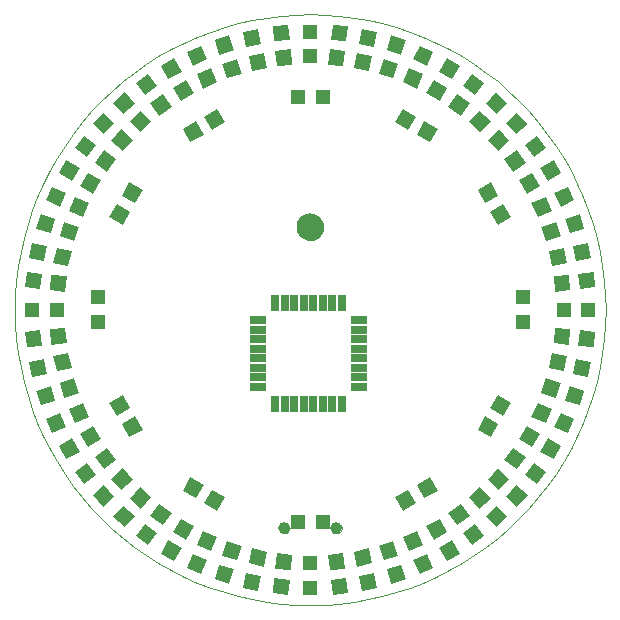
<source format=gbs>
G04 This is an RS-274x file exported by *
G04 gerbv version 2.5.0 *
G04 More information is available about gerbv at *
G04 http://gerbv.gpleda.org/ *
G04 --End of header info--*
%MOIN*%
%FSLAX23Y23*%
%IPPOS*%
G04 --Define apertures--*
%ADD10C,0.0004*%
%ADD11C,0.0000*%
%ADD12C,0.0906*%
%ADD13R,0.0260X0.0540*%
%ADD14R,0.0540X0.0260*%
%ADD15R,0.0780X0.0780*%
%AMMACRO16*
5,1,8,0.000000,0.000000,0.084426,22.500000*
%
%ADD16MACRO16*%
%ADD17C,0.0394*%
%ADD18R,0.0512X0.0512*%
%ADD19R,0.0512X0.0512*%
G04 --Start main section--*
G54D10*
G01X00016Y01030D02*
G01X00017Y01078D01*
G01X00017Y01078D02*
G01X00021Y01126D01*
G01X00021Y01126D02*
G01X00027Y01174D01*
G01X00027Y01174D02*
G01X00035Y01222D01*
G01X00035Y01222D02*
G01X00046Y01269D01*
G01X00046Y01269D02*
G01X00059Y01315D01*
G01X00059Y01315D02*
G01X00074Y01361D01*
G01X00074Y01361D02*
G01X00091Y01406D01*
G01X00091Y01406D02*
G01X00111Y01450D01*
G01X00111Y01450D02*
G01X00132Y01494D01*
G01X00132Y01494D02*
G01X00156Y01536D01*
G01X00156Y01536D02*
G01X00182Y01576D01*
G01X00182Y01576D02*
G01X00210Y01616D01*
G01X00210Y01616D02*
G01X00240Y01654D01*
G01X00240Y01654D02*
G01X00271Y01691D01*
G01X00271Y01691D02*
G01X00304Y01726D01*
G01X00304Y01726D02*
G01X00339Y01759D01*
G01X00339Y01759D02*
G01X00376Y01791D01*
G01X00376Y01791D02*
G01X00414Y01820D01*
G01X00414Y01820D02*
G01X00454Y01848D01*
G01X00454Y01848D02*
G01X00494Y01874D01*
G01X00494Y01874D02*
G01X00536Y01898D01*
G01X00536Y01898D02*
G01X00580Y01919D01*
G01X00580Y01919D02*
G01X00624Y01939D01*
G01X00624Y01939D02*
G01X00669Y01956D01*
G01X00669Y01956D02*
G01X00715Y01972D01*
G01X00715Y01972D02*
G01X00761Y01984D01*
G01X00761Y01984D02*
G01X00808Y01995D01*
G01X00808Y01995D02*
G01X00856Y02003D01*
G01X00856Y02003D02*
G01X00904Y02009D01*
G01X00904Y02009D02*
G01X00952Y02013D01*
G01X00952Y02013D02*
G01X01000Y02014D01*
G01X01000Y02014D02*
G01X01049Y02013D01*
G01X01049Y02013D02*
G01X01097Y02009D01*
G01X01097Y02009D02*
G01X01145Y02003D01*
G01X01145Y02003D02*
G01X01192Y01995D01*
G01X01192Y01995D02*
G01X01240Y01984D01*
G01X01240Y01984D02*
G01X01286Y01972D01*
G01X01286Y01972D02*
G01X01332Y01956D01*
G01X01332Y01956D02*
G01X01377Y01939D01*
G01X01377Y01939D02*
G01X01421Y01919D01*
G01X01421Y01919D02*
G01X01464Y01898D01*
G01X01464Y01898D02*
G01X01506Y01874D01*
G01X01506Y01874D02*
G01X01547Y01848D01*
G01X01547Y01848D02*
G01X01587Y01820D01*
G01X01587Y01820D02*
G01X01625Y01791D01*
G01X01625Y01791D02*
G01X01661Y01759D01*
G01X01661Y01759D02*
G01X01696Y01726D01*
G01X01696Y01726D02*
G01X01730Y01691D01*
G01X01730Y01691D02*
G01X01761Y01654D01*
G01X01761Y01654D02*
G01X01791Y01616D01*
G01X01791Y01616D02*
G01X01819Y01576D01*
G01X01819Y01576D02*
G01X01845Y01536D01*
G01X01845Y01536D02*
G01X01869Y01494D01*
G01X01869Y01494D02*
G01X01890Y01450D01*
G01X01890Y01450D02*
G01X01910Y01406D01*
G01X01910Y01406D02*
G01X01927Y01361D01*
G01X01927Y01361D02*
G01X01942Y01315D01*
G01X01942Y01315D02*
G01X01955Y01269D01*
G01X01955Y01269D02*
G01X01966Y01222D01*
G01X01966Y01222D02*
G01X01974Y01174D01*
G01X01974Y01174D02*
G01X01980Y01126D01*
G01X01980Y01126D02*
G01X01984Y01078D01*
G01X01984Y01078D02*
G01X01985Y01030D01*
G01X01985Y01030D02*
G01X01984Y00981D01*
G01X01984Y00981D02*
G01X01980Y00933D01*
G01X01980Y00933D02*
G01X01974Y00885D01*
G01X01974Y00885D02*
G01X01966Y00838D01*
G01X01966Y00838D02*
G01X01955Y00790D01*
G01X01955Y00790D02*
G01X01942Y00744D01*
G01X01942Y00744D02*
G01X01927Y00698D01*
G01X01927Y00698D02*
G01X01910Y00653D01*
G01X01910Y00653D02*
G01X01890Y00609D01*
G01X01890Y00609D02*
G01X01869Y00566D01*
G01X01869Y00566D02*
G01X01845Y00524D01*
G01X01845Y00524D02*
G01X01819Y00483D01*
G01X01819Y00483D02*
G01X01791Y00443D01*
G01X01791Y00443D02*
G01X01761Y00405D01*
G01X01761Y00405D02*
G01X01730Y00369D01*
G01X01730Y00369D02*
G01X01696Y00334D01*
G01X01696Y00334D02*
G01X01661Y00300D01*
G01X01661Y00300D02*
G01X01625Y00269D01*
G01X01625Y00269D02*
G01X01587Y00239D01*
G01X01587Y00239D02*
G01X01547Y00211D01*
G01X01547Y00211D02*
G01X01506Y00185D01*
G01X01506Y00185D02*
G01X01464Y00162D01*
G01X01464Y00162D02*
G01X01421Y00140D01*
G01X01421Y00140D02*
G01X01377Y00120D01*
G01X01377Y00120D02*
G01X01332Y00103D01*
G01X01332Y00103D02*
G01X01286Y00088D01*
G01X01286Y00088D02*
G01X01240Y00075D01*
G01X01240Y00075D02*
G01X01192Y00064D01*
G01X01192Y00064D02*
G01X01145Y00056D01*
G01X01145Y00056D02*
G01X01097Y00050D01*
G01X01097Y00050D02*
G01X01049Y00047D01*
G01X01049Y00047D02*
G01X01000Y00045D01*
G01X01000Y00045D02*
G01X00952Y00047D01*
G01X00952Y00047D02*
G01X00904Y00050D01*
G01X00904Y00050D02*
G01X00856Y00056D01*
G01X00856Y00056D02*
G01X00808Y00064D01*
G01X00808Y00064D02*
G01X00761Y00075D01*
G01X00761Y00075D02*
G01X00715Y00088D01*
G01X00715Y00088D02*
G01X00669Y00103D01*
G01X00669Y00103D02*
G01X00624Y00120D01*
G01X00624Y00120D02*
G01X00580Y00140D01*
G01X00580Y00140D02*
G01X00536Y00162D01*
G01X00536Y00162D02*
G01X00494Y00185D01*
G01X00494Y00185D02*
G01X00454Y00211D01*
G01X00454Y00211D02*
G01X00414Y00239D01*
G01X00414Y00239D02*
G01X00376Y00269D01*
G01X00376Y00269D02*
G01X00339Y00300D01*
G01X00339Y00300D02*
G01X00304Y00334D01*
G01X00304Y00334D02*
G01X00271Y00369D01*
G01X00271Y00369D02*
G01X00240Y00405D01*
G01X00240Y00405D02*
G01X00210Y00443D01*
G01X00210Y00443D02*
G01X00182Y00483D01*
G01X00182Y00483D02*
G01X00156Y00524D01*
G01X00156Y00524D02*
G01X00132Y00566D01*
G01X00132Y00566D02*
G01X00111Y00609D01*
G01X00111Y00609D02*
G01X00091Y00653D01*
G01X00091Y00653D02*
G01X00074Y00698D01*
G01X00074Y00698D02*
G01X00059Y00744D01*
G01X00059Y00744D02*
G01X00046Y00790D01*
G01X00046Y00790D02*
G01X00035Y00838D01*
G01X00035Y00838D02*
G01X00027Y00885D01*
G01X00027Y00885D02*
G01X00021Y00933D01*
G01X00021Y00933D02*
G01X00017Y00981D01*
G01X00017Y00981D02*
G01X00016Y01030D01*
G54D11*
G01X00957Y01305D02*
G01X00957Y01309D01*
G01X00957Y01309D02*
G01X00958Y01313D01*
G01X00958Y01313D02*
G01X00959Y01317D01*
G01X00959Y01317D02*
G01X00960Y01321D01*
G01X00960Y01321D02*
G01X00962Y01325D01*
G01X00962Y01325D02*
G01X00964Y01329D01*
G01X00964Y01329D02*
G01X00966Y01332D01*
G01X00966Y01332D02*
G01X00969Y01335D01*
G01X00969Y01335D02*
G01X00972Y01338D01*
G01X00972Y01338D02*
G01X00975Y01341D01*
G01X00975Y01341D02*
G01X00979Y01343D01*
G01X00979Y01343D02*
G01X00982Y01345D01*
G01X00982Y01345D02*
G01X00986Y01346D01*
G01X00986Y01346D02*
G01X00990Y01347D01*
G01X00990Y01347D02*
G01X00994Y01348D01*
G01X00994Y01348D02*
G01X00998Y01349D01*
G01X00998Y01349D02*
G01X01003Y01349D01*
G01X01003Y01349D02*
G01X01007Y01348D01*
G01X01007Y01348D02*
G01X01011Y01347D01*
G01X01011Y01347D02*
G01X01015Y01346D01*
G01X01015Y01346D02*
G01X01018Y01345D01*
G01X01018Y01345D02*
G01X01022Y01343D01*
G01X01022Y01343D02*
G01X01026Y01341D01*
G01X01026Y01341D02*
G01X01029Y01338D01*
G01X01029Y01338D02*
G01X01032Y01335D01*
G01X01032Y01335D02*
G01X01034Y01332D01*
G01X01034Y01332D02*
G01X01037Y01329D01*
G01X01037Y01329D02*
G01X01039Y01325D01*
G01X01039Y01325D02*
G01X01041Y01321D01*
G01X01041Y01321D02*
G01X01042Y01317D01*
G01X01042Y01317D02*
G01X01043Y01313D01*
G01X01043Y01313D02*
G01X01044Y01309D01*
G01X01044Y01309D02*
G01X01044Y01305D01*
G01X01044Y01305D02*
G01X01044Y01301D01*
G01X01044Y01301D02*
G01X01043Y01297D01*
G01X01043Y01297D02*
G01X01042Y01293D01*
G01X01042Y01293D02*
G01X01041Y01289D01*
G01X01041Y01289D02*
G01X01039Y01285D01*
G01X01039Y01285D02*
G01X01037Y01282D01*
G01X01037Y01282D02*
G01X01034Y01278D01*
G01X01034Y01278D02*
G01X01032Y01275D01*
G01X01032Y01275D02*
G01X01029Y01273D01*
G01X01029Y01273D02*
G01X01026Y01270D01*
G01X01026Y01270D02*
G01X01022Y01268D01*
G01X01022Y01268D02*
G01X01018Y01266D01*
G01X01018Y01266D02*
G01X01015Y01264D01*
G01X01015Y01264D02*
G01X01011Y01263D01*
G01X01011Y01263D02*
G01X01007Y01262D01*
G01X01007Y01262D02*
G01X01003Y01262D01*
G01X01003Y01262D02*
G01X00998Y01262D01*
G01X00998Y01262D02*
G01X00994Y01262D01*
G01X00994Y01262D02*
G01X00990Y01263D01*
G01X00990Y01263D02*
G01X00986Y01264D01*
G01X00986Y01264D02*
G01X00982Y01266D01*
G01X00982Y01266D02*
G01X00979Y01268D01*
G01X00979Y01268D02*
G01X00975Y01270D01*
G01X00975Y01270D02*
G01X00972Y01273D01*
G01X00972Y01273D02*
G01X00969Y01275D01*
G01X00969Y01275D02*
G01X00966Y01278D01*
G01X00966Y01278D02*
G01X00964Y01282D01*
G01X00964Y01282D02*
G01X00962Y01285D01*
G01X00962Y01285D02*
G01X00960Y01289D01*
G01X00960Y01289D02*
G01X00959Y01293D01*
G01X00959Y01293D02*
G01X00958Y01297D01*
G01X00958Y01297D02*
G01X00957Y01301D01*
G01X00957Y01301D02*
G01X00957Y01305D01*
G01X00896Y00301D02*
G01X00896Y00304D01*
G01X00896Y00304D02*
G01X00897Y00307D01*
G01X00897Y00307D02*
G01X00898Y00309D01*
G01X00898Y00309D02*
G01X00899Y00311D01*
G01X00899Y00311D02*
G01X00901Y00313D01*
G01X00901Y00313D02*
G01X00903Y00315D01*
G01X00903Y00315D02*
G01X00905Y00317D01*
G01X00905Y00317D02*
G01X00907Y00318D01*
G01X00907Y00318D02*
G01X00910Y00319D01*
G01X00910Y00319D02*
G01X00913Y00319D01*
G01X00913Y00319D02*
G01X00915Y00319D01*
G01X00915Y00319D02*
G01X00918Y00319D01*
G01X00918Y00319D02*
G01X00920Y00318D01*
G01X00920Y00318D02*
G01X00923Y00317D01*
G01X00923Y00317D02*
G01X00925Y00315D01*
G01X00925Y00315D02*
G01X00927Y00313D01*
G01X00927Y00313D02*
G01X00928Y00311D01*
G01X00928Y00311D02*
G01X00930Y00309D01*
G01X00930Y00309D02*
G01X00931Y00307D01*
G01X00931Y00307D02*
G01X00931Y00304D01*
G01X00931Y00304D02*
G01X00932Y00301D01*
G01X00932Y00301D02*
G01X00931Y00299D01*
G01X00931Y00299D02*
G01X00931Y00296D01*
G01X00931Y00296D02*
G01X00930Y00294D01*
G01X00930Y00294D02*
G01X00928Y00291D01*
G01X00928Y00291D02*
G01X00927Y00289D01*
G01X00927Y00289D02*
G01X00925Y00288D01*
G01X00925Y00288D02*
G01X00923Y00286D01*
G01X00923Y00286D02*
G01X00920Y00285D01*
G01X00920Y00285D02*
G01X00918Y00284D01*
G01X00918Y00284D02*
G01X00915Y00284D01*
G01X00915Y00284D02*
G01X00913Y00284D01*
G01X00913Y00284D02*
G01X00910Y00284D01*
G01X00910Y00284D02*
G01X00907Y00285D01*
G01X00907Y00285D02*
G01X00905Y00286D01*
G01X00905Y00286D02*
G01X00903Y00288D01*
G01X00903Y00288D02*
G01X00901Y00289D01*
G01X00901Y00289D02*
G01X00899Y00291D01*
G01X00899Y00291D02*
G01X00898Y00294D01*
G01X00898Y00294D02*
G01X00897Y00296D01*
G01X00897Y00296D02*
G01X00896Y00299D01*
G01X00896Y00299D02*
G01X00896Y00301D01*
G01X01069Y00301D02*
G01X01070Y00304D01*
G01X01070Y00304D02*
G01X01070Y00307D01*
G01X01070Y00307D02*
G01X01071Y00309D01*
G01X01071Y00309D02*
G01X01072Y00311D01*
G01X01072Y00311D02*
G01X01074Y00313D01*
G01X01074Y00313D02*
G01X01076Y00315D01*
G01X01076Y00315D02*
G01X01078Y00317D01*
G01X01078Y00317D02*
G01X01081Y00318D01*
G01X01081Y00318D02*
G01X01083Y00319D01*
G01X01083Y00319D02*
G01X01086Y00319D01*
G01X01086Y00319D02*
G01X01088Y00319D01*
G01X01088Y00319D02*
G01X01091Y00319D01*
G01X01091Y00319D02*
G01X01094Y00318D01*
G01X01094Y00318D02*
G01X01096Y00317D01*
G01X01096Y00317D02*
G01X01098Y00315D01*
G01X01098Y00315D02*
G01X01100Y00313D01*
G01X01100Y00313D02*
G01X01102Y00311D01*
G01X01102Y00311D02*
G01X01103Y00309D01*
G01X01103Y00309D02*
G01X01104Y00307D01*
G01X01104Y00307D02*
G01X01105Y00304D01*
G01X01105Y00304D02*
G01X01105Y00301D01*
G01X01105Y00301D02*
G01X01105Y00299D01*
G01X01105Y00299D02*
G01X01104Y00296D01*
G01X01104Y00296D02*
G01X01103Y00294D01*
G01X01103Y00294D02*
G01X01102Y00291D01*
G01X01102Y00291D02*
G01X01100Y00289D01*
G01X01100Y00289D02*
G01X01098Y00288D01*
G01X01098Y00288D02*
G01X01096Y00286D01*
G01X01096Y00286D02*
G01X01094Y00285D01*
G01X01094Y00285D02*
G01X01091Y00284D01*
G01X01091Y00284D02*
G01X01088Y00284D01*
G01X01088Y00284D02*
G01X01086Y00284D01*
G01X01086Y00284D02*
G01X01083Y00284D01*
G01X01083Y00284D02*
G01X01081Y00285D01*
G01X01081Y00285D02*
G01X01078Y00286D01*
G01X01078Y00286D02*
G01X01076Y00288D01*
G01X01076Y00288D02*
G01X01074Y00289D01*
G01X01074Y00289D02*
G01X01072Y00291D01*
G01X01072Y00291D02*
G01X01071Y00294D01*
G01X01071Y00294D02*
G01X01070Y00296D01*
G01X01070Y00296D02*
G01X01070Y00299D01*
G01X01070Y00299D02*
G01X01069Y00301D01*
G54D12*
G01X01000Y01305D03*
G54D13*
G01X01010Y01052D03*
G01X00979Y01052D03*
G01X00947Y01052D03*
G01X00916Y01052D03*
G01X00884Y01052D03*
G01X01042Y01052D03*
G01X01073Y01052D03*
G01X01105Y01052D03*
G01X01105Y00714D03*
G01X01073Y00714D03*
G01X01042Y00714D03*
G01X01010Y00714D03*
G01X00979Y00714D03*
G01X00947Y00714D03*
G01X00916Y00714D03*
G01X00884Y00714D03*
G54D14*
G01X00825Y00773D03*
G01X00825Y00805D03*
G01X00825Y00836D03*
G01X00825Y00868D03*
G01X00825Y00899D03*
G01X00825Y00931D03*
G01X00825Y00962D03*
G01X00825Y00994D03*
G01X01163Y00994D03*
G01X01163Y00962D03*
G01X01163Y00931D03*
G01X01163Y00899D03*
G01X01163Y00868D03*
G01X01163Y00836D03*
G01X01163Y00805D03*
G01X01163Y00773D03*
G54D17*
G01X01087Y00301D03*
G01X00914Y00301D03*
G54D18*
G01X00959Y00321D03*
G01X01042Y00321D03*
G01X01000Y00185D03*
G01X01000Y00102D03*
G01X01709Y00988D03*
G01X01709Y01071D03*
G01X01845Y01030D03*
G01X01928Y01030D03*
G01X01042Y01738D03*
G01X00959Y01738D03*
G01X01000Y01874D03*
G01X01000Y01957D03*
G01X00292Y01071D03*
G01X00292Y00988D03*
G01X00156Y01030D03*
G01X00073Y01030D03*
G54D19*
G36*
G01X00461Y00244D02*
G01X00420Y00274D01*
G01X00450Y00315D01*
G01X00491Y00285D01*
G01X00461Y00244D01*
G37*
G36*
G01X00546Y00192D02*
G01X00502Y00217D01*
G01X00528Y00262D01*
G01X00572Y00236D01*
G01X00546Y00192D01*
G37*
G36*
G01X00636Y00149D02*
G01X00590Y00170D01*
G01X00610Y00216D01*
G01X00657Y00196D01*
G01X00636Y00149D01*
G37*
G36*
G01X00730Y00116D02*
G01X00682Y00131D01*
G01X00698Y00180D01*
G01X00746Y00164D01*
G01X00730Y00116D01*
G37*
G36*
G01X00827Y00092D02*
G01X00777Y00103D01*
G01X00788Y00153D01*
G01X00838Y00142D01*
G01X00827Y00092D01*
G37*
G36*
G01X00926Y00079D02*
G01X00875Y00085D01*
G01X00881Y00136D01*
G01X00932Y00130D01*
G01X00926Y00079D01*
G37*
G36*
G01X00935Y00162D02*
G01X00884Y00167D01*
G01X00889Y00218D01*
G01X00940Y00212D01*
G01X00935Y00162D01*
G37*
G36*
G01X00845Y00173D02*
G01X00795Y00184D01*
G01X00805Y00234D01*
G01X00855Y00223D01*
G01X00845Y00173D01*
G37*
G36*
G01X00756Y00194D02*
G01X00707Y00210D01*
G01X00723Y00259D01*
G01X00772Y00243D01*
G01X00756Y00194D01*
G37*
G36*
G01X00670Y00224D02*
G01X00623Y00245D01*
G01X00644Y00292D01*
G01X00691Y00271D01*
G01X00670Y00224D01*
G37*
G36*
G01X00587Y00263D02*
G01X00543Y00289D01*
G01X00569Y00333D01*
G01X00613Y00308D01*
G01X00587Y00263D01*
G37*
G36*
G01X00510Y00311D02*
G01X00468Y00341D01*
G01X00498Y00382D01*
G01X00540Y00352D01*
G01X00510Y00311D01*
G37*
G36*
G01X00437Y00366D02*
G01X00399Y00400D01*
G01X00434Y00438D01*
G01X00471Y00404D01*
G01X00437Y00366D01*
G37*
G36*
G01X00382Y00305D02*
G01X00344Y00339D01*
G01X00378Y00377D01*
G01X00416Y00342D01*
G01X00382Y00305D01*
G37*
G36*
G01X00310Y00373D02*
G01X00275Y00411D01*
G01X00313Y00445D01*
G01X00348Y00407D01*
G01X00310Y00373D01*
G37*
G36*
G01X00371Y00428D02*
G01X00337Y00466D01*
G01X00375Y00501D01*
G01X00409Y00463D01*
G01X00371Y00428D01*
G37*
G36*
G01X00245Y00449D02*
G01X00215Y00490D01*
G01X00256Y00520D01*
G01X00286Y00479D01*
G01X00245Y00449D01*
G37*
G36*
G01X00312Y00498D02*
G01X00282Y00539D01*
G01X00323Y00569D01*
G01X00353Y00528D01*
G01X00312Y00498D01*
G37*
G36*
G01X00188Y00531D02*
G01X00163Y00575D01*
G01X00207Y00601D01*
G01X00232Y00557D01*
G01X00188Y00531D01*
G37*
G36*
G01X00260Y00573D02*
G01X00234Y00617D01*
G01X00278Y00642D01*
G01X00304Y00598D01*
G01X00260Y00573D01*
G37*
G36*
G01X00141Y00619D02*
G01X00120Y00665D01*
G01X00166Y00686D01*
G01X00187Y00640D01*
G01X00141Y00619D01*
G37*
G36*
G01X00216Y00652D02*
G01X00195Y00699D01*
G01X00242Y00720D01*
G01X00263Y00673D01*
G01X00216Y00652D01*
G37*
G36*
G01X00102Y00711D02*
G01X00086Y00760D01*
G01X00135Y00775D01*
G01X00151Y00727D01*
G01X00102Y00711D01*
G37*
G36*
G01X00181Y00736D02*
G01X00165Y00785D01*
G01X00214Y00801D01*
G01X00229Y00752D01*
G01X00181Y00736D01*
G37*
G36*
G01X00074Y00807D02*
G01X00063Y00857D01*
G01X00113Y00867D01*
G01X00124Y00817D01*
G01X00074Y00807D01*
G37*
G36*
G01X00155Y00824D02*
G01X00144Y00874D01*
G01X00194Y00884D01*
G01X00205Y00834D01*
G01X00155Y00824D01*
G37*
G36*
G01X00056Y00905D02*
G01X00050Y00955D01*
G01X00101Y00961D01*
G01X00106Y00910D01*
G01X00056Y00905D01*
G37*
G36*
G01X00138Y00913D02*
G01X00132Y00964D01*
G01X00183Y00969D01*
G01X00189Y00919D01*
G01X00138Y00913D01*
G37*
G36*
G01X00401Y00702D02*
G01X00357Y00676D01*
G01X00331Y00720D01*
G01X00375Y00746D01*
G01X00401Y00702D01*
G37*
G36*
G01X00442Y00630D02*
G01X00398Y00605D01*
G01X00372Y00649D01*
G01X00417Y00674D01*
G01X00442Y00630D01*
G37*
G36*
G01X00645Y00446D02*
G01X00620Y00402D01*
G01X00575Y00427D01*
G01X00601Y00472D01*
G01X00645Y00446D01*
G37*
G36*
G01X00717Y00405D02*
G01X00691Y00360D01*
G01X00647Y00386D01*
G01X00673Y00430D01*
G01X00717Y00405D01*
G37*
G36*
G01X01117Y00167D02*
G01X01066Y00162D01*
G01X01061Y00212D01*
G01X01111Y00218D01*
G01X01117Y00167D01*
G37*
G36*
G01X01206Y00184D02*
G01X01156Y00173D01*
G01X01146Y00223D01*
G01X01196Y00234D01*
G01X01206Y00184D01*
G37*
G36*
G01X01294Y00210D02*
G01X01245Y00194D01*
G01X01229Y00243D01*
G01X01278Y00259D01*
G01X01294Y00210D01*
G37*
G36*
G01X01378Y00245D02*
G01X01331Y00224D01*
G01X01310Y00271D01*
G01X01357Y00292D01*
G01X01378Y00245D01*
G37*
G36*
G01X01458Y00289D02*
G01X01413Y00263D01*
G01X01388Y00308D01*
G01X01432Y00333D01*
G01X01458Y00289D01*
G37*
G36*
G01X01499Y00217D02*
G01X01455Y00192D01*
G01X01429Y00236D01*
G01X01473Y00262D01*
G01X01499Y00217D01*
G37*
G36*
G01X01581Y00274D02*
G01X01540Y00244D01*
G01X01510Y00285D01*
G01X01551Y00315D01*
G01X01581Y00274D01*
G37*
G36*
G01X01657Y00339D02*
G01X01619Y00305D01*
G01X01585Y00342D01*
G01X01623Y00377D01*
G01X01657Y00339D01*
G37*
G36*
G01X01602Y00400D02*
G01X01564Y00366D01*
G01X01529Y00404D01*
G01X01567Y00438D01*
G01X01602Y00400D01*
G37*
G36*
G01X01664Y00466D02*
G01X01630Y00428D01*
G01X01592Y00463D01*
G01X01626Y00501D01*
G01X01664Y00466D01*
G37*
G36*
G01X01726Y00411D02*
G01X01691Y00373D01*
G01X01653Y00407D01*
G01X01688Y00445D01*
G01X01726Y00411D01*
G37*
G36*
G01X01786Y00490D02*
G01X01756Y00449D01*
G01X01715Y00479D01*
G01X01745Y00520D01*
G01X01786Y00490D01*
G37*
G36*
G01X01838Y00575D02*
G01X01813Y00531D01*
G01X01768Y00557D01*
G01X01794Y00601D01*
G01X01838Y00575D01*
G37*
G36*
G01X01881Y00665D02*
G01X01860Y00619D01*
G01X01814Y00640D01*
G01X01835Y00686D01*
G01X01881Y00665D01*
G37*
G36*
G01X01914Y00760D02*
G01X01899Y00711D01*
G01X01850Y00727D01*
G01X01866Y00775D01*
G01X01914Y00760D01*
G37*
G36*
G01X01938Y00857D02*
G01X01927Y00807D01*
G01X01877Y00817D01*
G01X01888Y00867D01*
G01X01938Y00857D01*
G37*
G36*
G01X01951Y00955D02*
G01X01945Y00905D01*
G01X01894Y00910D01*
G01X01900Y00961D01*
G01X01951Y00955D01*
G37*
G36*
G01X01868Y00964D02*
G01X01863Y00913D01*
G01X01812Y00919D01*
G01X01818Y00969D01*
G01X01868Y00964D01*
G37*
G36*
G01X01857Y00874D02*
G01X01846Y00824D01*
G01X01796Y00834D01*
G01X01807Y00884D01*
G01X01857Y00874D01*
G37*
G36*
G01X01836Y00785D02*
G01X01820Y00736D01*
G01X01771Y00752D01*
G01X01787Y00801D01*
G01X01836Y00785D01*
G37*
G36*
G01X01806Y00699D02*
G01X01785Y00652D01*
G01X01738Y00673D01*
G01X01759Y00720D01*
G01X01806Y00699D01*
G37*
G36*
G01X01767Y00617D02*
G01X01741Y00573D01*
G01X01697Y00598D01*
G01X01722Y00642D01*
G01X01767Y00617D01*
G37*
G36*
G01X01719Y00539D02*
G01X01689Y00498D01*
G01X01648Y00528D01*
G01X01678Y00569D01*
G01X01719Y00539D01*
G37*
G36*
G01X01584Y00674D02*
G01X01628Y00649D01*
G01X01603Y00605D01*
G01X01559Y00630D01*
G01X01584Y00674D01*
G37*
G36*
G01X01625Y00746D02*
G01X01670Y00720D01*
G01X01644Y00676D01*
G01X01600Y00702D01*
G01X01625Y00746D01*
G37*
G36*
G01X01400Y00472D02*
G01X01425Y00427D01*
G01X01381Y00402D01*
G01X01356Y00446D01*
G01X01400Y00472D01*
G37*
G36*
G01X01328Y00430D02*
G01X01354Y00386D01*
G01X01310Y00360D01*
G01X01284Y00405D01*
G01X01328Y00430D01*
G37*
G36*
G01X01533Y00341D02*
G01X01491Y00311D01*
G01X01461Y00352D01*
G01X01502Y00382D01*
G01X01533Y00341D01*
G37*
G36*
G01X01411Y00170D02*
G01X01365Y00149D01*
G01X01344Y00196D01*
G01X01390Y00216D01*
G01X01411Y00170D01*
G37*
G36*
G01X01319Y00131D02*
G01X01271Y00116D01*
G01X01255Y00164D01*
G01X01303Y00180D01*
G01X01319Y00131D01*
G37*
G36*
G01X01223Y00103D02*
G01X01173Y00092D01*
G01X01163Y00142D01*
G01X01213Y00153D01*
G01X01223Y00103D01*
G37*
G36*
G01X01125Y00085D02*
G01X01075Y00079D01*
G01X01069Y00130D01*
G01X01120Y00136D01*
G01X01125Y00085D01*
G37*
G36*
G01X01863Y01146D02*
G01X01868Y01095D01*
G01X01818Y01090D01*
G01X01812Y01141D01*
G01X01863Y01146D01*
G37*
G36*
G01X01945Y01155D02*
G01X01951Y01104D01*
G01X01900Y01098D01*
G01X01894Y01149D01*
G01X01945Y01155D01*
G37*
G36*
G01X01927Y01253D02*
G01X01938Y01203D01*
G01X01888Y01192D01*
G01X01877Y01242D01*
G01X01927Y01253D01*
G37*
G36*
G01X01899Y01348D02*
G01X01914Y01300D01*
G01X01866Y01284D01*
G01X01850Y01333D01*
G01X01899Y01348D01*
G37*
G36*
G01X01860Y01440D02*
G01X01881Y01394D01*
G01X01835Y01373D01*
G01X01814Y01420D01*
G01X01860Y01440D01*
G37*
G36*
G01X01813Y01528D02*
G01X01838Y01484D01*
G01X01794Y01458D01*
G01X01768Y01503D01*
G01X01813Y01528D01*
G37*
G36*
G01X01756Y01610D02*
G01X01786Y01569D01*
G01X01745Y01539D01*
G01X01715Y01580D01*
G01X01756Y01610D01*
G37*
G36*
G01X01691Y01686D02*
G01X01726Y01648D01*
G01X01688Y01614D01*
G01X01653Y01652D01*
G01X01691Y01686D01*
G37*
G36*
G01X01619Y01755D02*
G01X01657Y01720D01*
G01X01623Y01683D01*
G01X01585Y01717D01*
G01X01619Y01755D01*
G37*
G36*
G01X01540Y01815D02*
G01X01581Y01785D01*
G01X01551Y01744D01*
G01X01510Y01774D01*
G01X01540Y01815D01*
G37*
G36*
G01X01455Y01868D02*
G01X01499Y01842D01*
G01X01473Y01798D01*
G01X01429Y01823D01*
G01X01455Y01868D01*
G37*
G36*
G01X01365Y01910D02*
G01X01411Y01890D01*
G01X01390Y01843D01*
G01X01344Y01864D01*
G01X01365Y01910D01*
G37*
G36*
G01X01271Y01944D02*
G01X01319Y01928D01*
G01X01303Y01879D01*
G01X01255Y01895D01*
G01X01271Y01944D01*
G37*
G36*
G01X01173Y01967D02*
G01X01223Y01956D01*
G01X01213Y01906D01*
G01X01163Y01917D01*
G01X01173Y01967D01*
G37*
G36*
G01X01075Y01980D02*
G01X01125Y01974D01*
G01X01120Y01924D01*
G01X01069Y01929D01*
G01X01075Y01980D01*
G37*
G36*
G01X01066Y01898D02*
G01X01117Y01892D01*
G01X01111Y01841D01*
G01X01061Y01847D01*
G01X01066Y01898D01*
G37*
G36*
G01X01156Y01886D02*
G01X01206Y01875D01*
G01X01196Y01825D01*
G01X01146Y01836D01*
G01X01156Y01886D01*
G37*
G36*
G01X01245Y01865D02*
G01X01294Y01849D01*
G01X01278Y01801D01*
G01X01229Y01816D01*
G01X01245Y01865D01*
G37*
G36*
G01X01331Y01835D02*
G01X01378Y01814D01*
G01X01357Y01767D01*
G01X01310Y01788D01*
G01X01331Y01835D01*
G37*
G36*
G01X01413Y01796D02*
G01X01458Y01770D01*
G01X01432Y01726D01*
G01X01388Y01752D01*
G01X01413Y01796D01*
G37*
G36*
G01X01491Y01749D02*
G01X01533Y01718D01*
G01X01502Y01677D01*
G01X01461Y01707D01*
G01X01491Y01749D01*
G37*
G36*
G01X01564Y01693D02*
G01X01602Y01659D01*
G01X01567Y01621D01*
G01X01529Y01655D01*
G01X01564Y01693D01*
G37*
G36*
G01X01630Y01631D02*
G01X01664Y01593D01*
G01X01626Y01559D01*
G01X01592Y01597D01*
G01X01630Y01631D01*
G37*
G36*
G01X01689Y01562D02*
G01X01719Y01520D01*
G01X01678Y01490D01*
G01X01648Y01532D01*
G01X01689Y01562D01*
G37*
G36*
G01X01741Y01487D02*
G01X01767Y01443D01*
G01X01722Y01417D01*
G01X01697Y01461D01*
G01X01741Y01487D01*
G37*
G36*
G01X01559Y01429D02*
G01X01603Y01455D01*
G01X01628Y01410D01*
G01X01584Y01385D01*
G01X01559Y01429D01*
G37*
G36*
G01X01600Y01357D02*
G01X01644Y01383D01*
G01X01670Y01339D01*
G01X01625Y01313D01*
G01X01600Y01357D01*
G37*
G36*
G01X01785Y01407D02*
G01X01806Y01360D01*
G01X01759Y01339D01*
G01X01738Y01386D01*
G01X01785Y01407D01*
G37*
G36*
G01X01820Y01323D02*
G01X01836Y01274D01*
G01X01787Y01258D01*
G01X01771Y01307D01*
G01X01820Y01323D01*
G37*
G36*
G01X01846Y01236D02*
G01X01857Y01186D01*
G01X01807Y01175D01*
G01X01796Y01225D01*
G01X01846Y01236D01*
G37*
G36*
G01X01356Y01613D02*
G01X01381Y01658D01*
G01X01425Y01632D01*
G01X01400Y01588D01*
G01X01356Y01613D01*
G37*
G36*
G01X01284Y01655D02*
G01X01310Y01699D01*
G01X01354Y01673D01*
G01X01328Y01629D01*
G01X01284Y01655D01*
G37*
G36*
G01X00884Y01892D02*
G01X00935Y01898D01*
G01X00940Y01847D01*
G01X00889Y01841D01*
G01X00884Y01892D01*
G37*
G36*
G01X00795Y01875D02*
G01X00845Y01886D01*
G01X00855Y01836D01*
G01X00805Y01825D01*
G01X00795Y01875D01*
G37*
G36*
G01X00707Y01849D02*
G01X00756Y01865D01*
G01X00772Y01816D01*
G01X00723Y01801D01*
G01X00707Y01849D01*
G37*
G36*
G01X00590Y01890D02*
G01X00636Y01910D01*
G01X00657Y01864D01*
G01X00610Y01843D01*
G01X00590Y01890D01*
G37*
G36*
G01X00502Y01842D02*
G01X00546Y01868D01*
G01X00572Y01823D01*
G01X00528Y01798D01*
G01X00502Y01842D01*
G37*
G36*
G01X00420Y01785D02*
G01X00461Y01815D01*
G01X00491Y01774D01*
G01X00450Y01744D01*
G01X00420Y01785D01*
G37*
G36*
G01X00344Y01720D02*
G01X00382Y01755D01*
G01X00416Y01717D01*
G01X00378Y01683D01*
G01X00344Y01720D01*
G37*
G36*
G01X00275Y01648D02*
G01X00310Y01686D01*
G01X00348Y01652D01*
G01X00313Y01614D01*
G01X00275Y01648D01*
G37*
G36*
G01X00337Y01593D02*
G01X00371Y01631D01*
G01X00409Y01597D01*
G01X00375Y01559D01*
G01X00337Y01593D01*
G37*
G36*
G01X00215Y01569D02*
G01X00245Y01610D01*
G01X00286Y01580D01*
G01X00256Y01539D01*
G01X00215Y01569D01*
G37*
G36*
G01X00163Y01484D02*
G01X00188Y01528D01*
G01X00232Y01503D01*
G01X00207Y01458D01*
G01X00163Y01484D01*
G37*
G36*
G01X00234Y01443D02*
G01X00260Y01487D01*
G01X00304Y01461D01*
G01X00278Y01417D01*
G01X00234Y01443D01*
G37*
G36*
G01X00120Y01394D02*
G01X00141Y01440D01*
G01X00187Y01420D01*
G01X00166Y01373D01*
G01X00120Y01394D01*
G37*
G36*
G01X00086Y01300D02*
G01X00102Y01348D01*
G01X00151Y01333D01*
G01X00135Y01284D01*
G01X00086Y01300D01*
G37*
G36*
G01X00063Y01203D02*
G01X00074Y01253D01*
G01X00124Y01242D01*
G01X00113Y01192D01*
G01X00063Y01203D01*
G37*
G36*
G01X00144Y01186D02*
G01X00155Y01236D01*
G01X00205Y01225D01*
G01X00194Y01175D01*
G01X00144Y01186D01*
G37*
G36*
G01X00132Y01095D02*
G01X00138Y01146D01*
G01X00189Y01141D01*
G01X00183Y01090D01*
G01X00132Y01095D01*
G37*
G36*
G01X00050Y01104D02*
G01X00056Y01155D01*
G01X00106Y01149D01*
G01X00101Y01098D01*
G01X00050Y01104D01*
G37*
G36*
G01X00165Y01274D02*
G01X00181Y01323D01*
G01X00229Y01307D01*
G01X00214Y01258D01*
G01X00165Y01274D01*
G37*
G36*
G01X00195Y01360D02*
G01X00216Y01407D01*
G01X00263Y01386D01*
G01X00242Y01339D01*
G01X00195Y01360D01*
G37*
G36*
G01X00375Y01313D02*
G01X00331Y01339D01*
G01X00357Y01383D01*
G01X00401Y01357D01*
G01X00375Y01313D01*
G37*
G36*
G01X00417Y01385D02*
G01X00372Y01410D01*
G01X00398Y01455D01*
G01X00442Y01429D01*
G01X00417Y01385D01*
G37*
G36*
G01X00282Y01520D02*
G01X00312Y01562D01*
G01X00353Y01532D01*
G01X00323Y01490D01*
G01X00282Y01520D01*
G37*
G36*
G01X00399Y01659D02*
G01X00437Y01693D01*
G01X00471Y01655D01*
G01X00434Y01621D01*
G01X00399Y01659D01*
G37*
G36*
G01X00468Y01718D02*
G01X00510Y01749D01*
G01X00540Y01707D01*
G01X00498Y01677D01*
G01X00468Y01718D01*
G37*
G36*
G01X00543Y01770D02*
G01X00587Y01796D01*
G01X00613Y01752D01*
G01X00569Y01726D01*
G01X00543Y01770D01*
G37*
G36*
G01X00623Y01814D02*
G01X00670Y01835D01*
G01X00691Y01788D01*
G01X00644Y01767D01*
G01X00623Y01814D01*
G37*
G36*
G01X00682Y01928D02*
G01X00730Y01944D01*
G01X00746Y01895D01*
G01X00698Y01879D01*
G01X00682Y01928D01*
G37*
G36*
G01X00777Y01956D02*
G01X00827Y01967D01*
G01X00838Y01917D01*
G01X00788Y01906D01*
G01X00777Y01956D01*
G37*
G36*
G01X00875Y01974D02*
G01X00926Y01980D01*
G01X00932Y01929D01*
G01X00881Y01924D01*
G01X00875Y01974D01*
G37*
G36*
G01X00673Y01629D02*
G01X00647Y01673D01*
G01X00691Y01699D01*
G01X00717Y01655D01*
G01X00673Y01629D01*
G37*
G36*
G01X00601Y01588D02*
G01X00575Y01632D01*
G01X00620Y01658D01*
G01X00645Y01613D01*
G01X00601Y01588D01*
G37*
M02*

</source>
